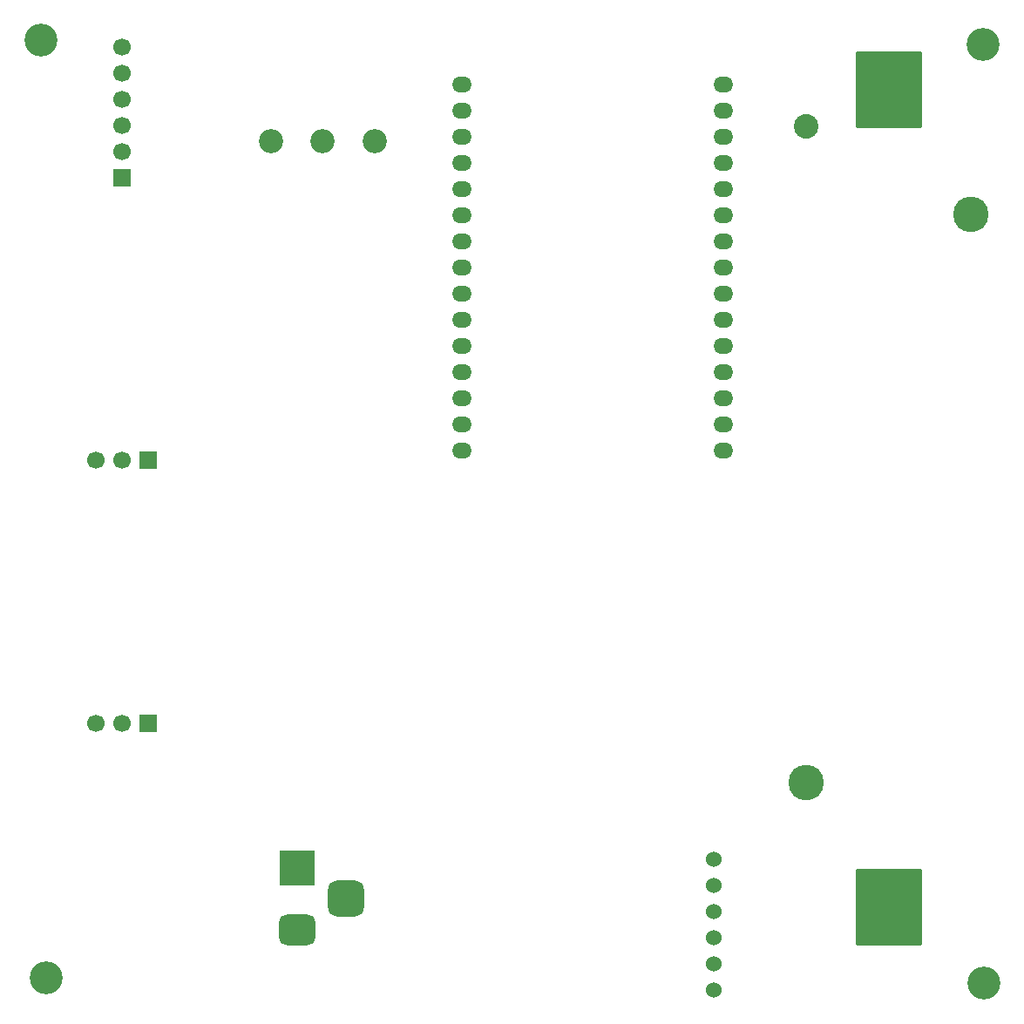
<source format=gbr>
%TF.GenerationSoftware,KiCad,Pcbnew,9.0.6*%
%TF.CreationDate,2025-11-27T10:25:12-05:00*%
%TF.ProjectId,Proyecto 2,50726f79-6563-4746-9f20-322e6b696361,rev?*%
%TF.SameCoordinates,Original*%
%TF.FileFunction,Soldermask,Bot*%
%TF.FilePolarity,Negative*%
%FSLAX46Y46*%
G04 Gerber Fmt 4.6, Leading zero omitted, Abs format (unit mm)*
G04 Created by KiCad (PCBNEW 9.0.6) date 2025-11-27 10:25:12*
%MOMM*%
%LPD*%
G01*
G04 APERTURE LIST*
G04 Aperture macros list*
%AMRoundRect*
0 Rectangle with rounded corners*
0 $1 Rounding radius*
0 $2 $3 $4 $5 $6 $7 $8 $9 X,Y pos of 4 corners*
0 Add a 4 corners polygon primitive as box body*
4,1,4,$2,$3,$4,$5,$6,$7,$8,$9,$2,$3,0*
0 Add four circle primitives for the rounded corners*
1,1,$1+$1,$2,$3*
1,1,$1+$1,$4,$5*
1,1,$1+$1,$6,$7*
1,1,$1+$1,$8,$9*
0 Add four rect primitives between the rounded corners*
20,1,$1+$1,$2,$3,$4,$5,0*
20,1,$1+$1,$4,$5,$6,$7,0*
20,1,$1+$1,$6,$7,$8,$9,0*
20,1,$1+$1,$8,$9,$2,$3,0*%
G04 Aperture macros list end*
%ADD10C,3.200000*%
%ADD11C,1.524000*%
%ADD12C,2.340000*%
%ADD13R,1.700000X1.700000*%
%ADD14C,1.700000*%
%ADD15R,3.500000X3.500000*%
%ADD16RoundRect,0.750000X1.000000X-0.750000X1.000000X0.750000X-1.000000X0.750000X-1.000000X-0.750000X0*%
%ADD17RoundRect,0.875000X0.875000X-0.875000X0.875000X0.875000X-0.875000X0.875000X-0.875000X-0.875000X0*%
%ADD18O,1.900000X1.524000*%
%ADD19C,2.390000*%
%ADD20C,3.450000*%
%ADD21RoundRect,0.250003X-2.999997X3.499997X-2.999997X-3.499997X2.999997X-3.499997X2.999997X3.499997X0*%
G04 APERTURE END LIST*
D10*
%TO.C,H1*%
X206100000Y-39000000D03*
%TD*%
%TO.C,H4*%
X115100000Y-129700000D03*
%TD*%
%TO.C,H2*%
X206200000Y-130200000D03*
%TD*%
%TO.C,H3*%
X114600000Y-38600000D03*
%TD*%
D11*
%TO.C,U2*%
X179930000Y-130850000D03*
X179930000Y-128310000D03*
X179930000Y-125770000D03*
X179930000Y-123230000D03*
X179930000Y-120690000D03*
X179930000Y-118150000D03*
%TD*%
D12*
%TO.C,RV1*%
X146995590Y-48423478D03*
X141995590Y-48423478D03*
X136995590Y-48423478D03*
%TD*%
D13*
%TO.C,J2*%
X125000000Y-79400000D03*
D14*
X122460000Y-79400000D03*
X119920000Y-79400000D03*
%TD*%
D13*
%TO.C,J1*%
X122500000Y-52000000D03*
D14*
X122500000Y-49460000D03*
X122500000Y-46920000D03*
X122500000Y-44380000D03*
X122500000Y-41840000D03*
X122500000Y-39300000D03*
%TD*%
D15*
%TO.C,J4*%
X139500000Y-119000000D03*
D16*
X139500000Y-125000000D03*
D17*
X144200000Y-122000000D03*
%TD*%
D13*
%TO.C,J3*%
X124995420Y-104999084D03*
D14*
X122455420Y-104999084D03*
X119915420Y-104999084D03*
%TD*%
D18*
%TO.C,U3*%
X155484055Y-78481904D03*
X155484055Y-75941904D03*
X155484055Y-73401904D03*
X155484055Y-70861904D03*
X155484055Y-68321904D03*
X155484055Y-65781904D03*
X155484055Y-63241904D03*
X155484055Y-60701904D03*
X155484055Y-58161904D03*
X155484055Y-55621904D03*
X155484055Y-53081904D03*
X155484055Y-50541904D03*
X155484055Y-48001904D03*
X155484055Y-45461904D03*
X155484055Y-42921904D03*
X180884055Y-78481904D03*
X180884055Y-75941904D03*
X180884055Y-73401904D03*
X180884055Y-70861904D03*
X180884055Y-68321904D03*
X180884055Y-65781904D03*
X180884055Y-63241904D03*
X180884055Y-60701904D03*
X180884055Y-58161904D03*
X180884055Y-55621904D03*
X180884055Y-53081904D03*
X180884055Y-50541904D03*
X180884055Y-48001904D03*
X180884055Y-45461904D03*
X180884055Y-42921904D03*
%TD*%
D19*
%TO.C,BT1*%
X188954923Y-46968232D03*
D20*
X204954923Y-55478232D03*
X188954923Y-110718232D03*
D21*
X196954923Y-43408232D03*
X196954923Y-122788232D03*
%TD*%
M02*

</source>
